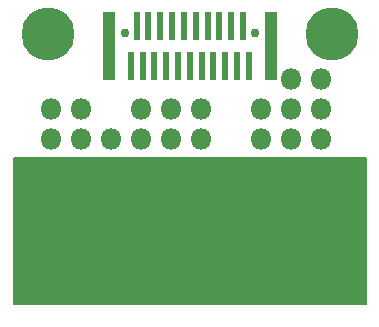
<source format=gbr>
%TF.GenerationSoftware,KiCad,Pcbnew,(6.0.0-0)*%
%TF.CreationDate,2023-03-06T18:33:43-05:00*%
%TF.ProjectId,module_dev2,6d6f6475-6c65-45f6-9465-76322e6b6963,rev?*%
%TF.SameCoordinates,Original*%
%TF.FileFunction,Soldermask,Bot*%
%TF.FilePolarity,Negative*%
%FSLAX46Y46*%
G04 Gerber Fmt 4.6, Leading zero omitted, Abs format (unit mm)*
G04 Created by KiCad (PCBNEW (6.0.0-0)) date 2023-03-06 18:33:43*
%MOMM*%
%LPD*%
G01*
G04 APERTURE LIST*
%ADD10C,4.500000*%
%ADD11O,1.800000X1.800000*%
%ADD12C,0.760000*%
%ADD13R,1.000000X5.850000*%
%ADD14R,0.610000X2.410000*%
G04 APERTURE END LIST*
D10*
%TO.C,H1*%
X95000000Y-64000000D03*
%TD*%
%TO.C,H2*%
X119000000Y-64000000D03*
%TD*%
D11*
%TO.C,J24*%
X97790000Y-72898000D03*
%TD*%
%TO.C,J25*%
X100330000Y-72898000D03*
%TD*%
%TO.C,J27*%
X95250000Y-70358000D03*
%TD*%
%TO.C,J28*%
X102870000Y-70358000D03*
%TD*%
%TO.C,J29*%
X97790000Y-70358000D03*
%TD*%
%TO.C,J32*%
X102870000Y-72898000D03*
%TD*%
%TO.C,J13*%
X115570000Y-72898000D03*
%TD*%
%TO.C,J14*%
X113030000Y-70358000D03*
%TD*%
%TO.C,J15*%
X113030000Y-72898000D03*
%TD*%
%TO.C,J16*%
X105410000Y-70358000D03*
%TD*%
%TO.C,J18*%
X105410000Y-72898000D03*
%TD*%
%TO.C,J19*%
X107950000Y-72898000D03*
%TD*%
%TO.C,J17*%
X107950000Y-70358000D03*
%TD*%
%TO.C,J22*%
X118110000Y-70358000D03*
%TD*%
%TO.C,J31*%
X118110000Y-67818000D03*
%TD*%
%TO.C,J26*%
X95250000Y-72898000D03*
%TD*%
%TO.C,J21*%
X115570000Y-70358000D03*
%TD*%
%TO.C,J30*%
X115570000Y-67818000D03*
%TD*%
%TO.C,J12*%
X118110000Y-72898000D03*
%TD*%
%TO.C,J2*%
X95250000Y-75438000D03*
X97790000Y-75438000D03*
X100330000Y-75438000D03*
X102870000Y-75438000D03*
X105410000Y-75438000D03*
X107950000Y-75438000D03*
X110490000Y-75438000D03*
X113030000Y-75438000D03*
%TD*%
%TO.C,J3*%
X95250000Y-77978000D03*
X97790000Y-77978000D03*
X100330000Y-77978000D03*
X102870000Y-77978000D03*
X105410000Y-77978000D03*
X107950000Y-77978000D03*
X110490000Y-77978000D03*
X113030000Y-77978000D03*
%TD*%
%TO.C,J4*%
X95250000Y-80518000D03*
X97790000Y-80518000D03*
X100330000Y-80518000D03*
X102870000Y-80518000D03*
X105410000Y-80518000D03*
X107950000Y-80518000D03*
X110490000Y-80518000D03*
X113030000Y-80518000D03*
%TD*%
%TO.C,J5*%
X95250000Y-83058000D03*
X97790000Y-83058000D03*
X100330000Y-83058000D03*
X102870000Y-83058000D03*
X105410000Y-83058000D03*
X107950000Y-83058000D03*
X110490000Y-83058000D03*
X113030000Y-83058000D03*
%TD*%
%TO.C,J6*%
X95250000Y-85598000D03*
X97790000Y-85598000D03*
X100330000Y-85598000D03*
X102870000Y-85598000D03*
X105410000Y-85598000D03*
X107950000Y-85598000D03*
X110490000Y-85598000D03*
X113030000Y-85598000D03*
%TD*%
%TO.C,J7*%
X115570000Y-75438000D03*
X115570000Y-77978000D03*
X115570000Y-80518000D03*
X115570000Y-83058000D03*
X115570000Y-85598000D03*
%TD*%
%TO.C,J8*%
X118110000Y-75438000D03*
X118110000Y-77978000D03*
X118110000Y-80518000D03*
X118110000Y-83058000D03*
X118110000Y-85598000D03*
%TD*%
D12*
%TO.C,J1*%
X112524500Y-63900000D03*
D13*
X100173500Y-65000000D03*
X113826500Y-65000000D03*
D12*
X101475500Y-63900000D03*
D14*
X101996500Y-66720000D03*
X102996500Y-66720000D03*
X103996500Y-66720000D03*
X104996500Y-66720000D03*
X105996500Y-66720000D03*
X106996500Y-66720000D03*
X107996500Y-66720000D03*
X108996500Y-66720000D03*
X109996500Y-66720000D03*
X110996500Y-66720000D03*
X111996500Y-66720000D03*
X111496500Y-63280000D03*
X110496500Y-63280000D03*
X109496500Y-63280000D03*
X108496500Y-63280000D03*
X107496500Y-63280000D03*
X106496500Y-63280000D03*
X105496500Y-63280000D03*
X104496500Y-63280000D03*
X103496500Y-63320000D03*
X102496500Y-63320000D03*
%TD*%
G36*
X121937121Y-74442002D02*
G01*
X121983614Y-74495658D01*
X121995000Y-74548000D01*
X121995000Y-86812000D01*
X121974998Y-86880121D01*
X121921342Y-86926614D01*
X121869000Y-86938000D01*
X92121000Y-86938000D01*
X92052879Y-86917998D01*
X92006386Y-86864342D01*
X91995000Y-86812000D01*
X91995000Y-74548000D01*
X92015002Y-74479879D01*
X92068658Y-74433386D01*
X92121000Y-74422000D01*
X121869000Y-74422000D01*
X121937121Y-74442002D01*
G37*
M02*

</source>
